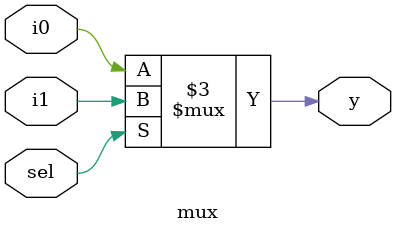
<source format=sv>
module mux(
  input i0,i1,sel,
  output reg y
);
  
  always@(i0,i1,sel) begin
    if(sel) y = i1;
    else
      y = i0;
  end
  
endmodule

</source>
